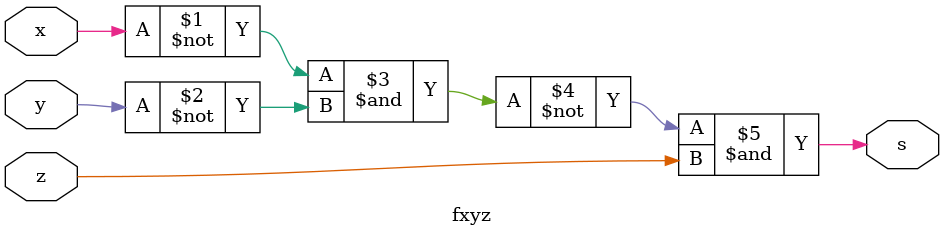
<source format=v>
module fxyz (output s,
input x, y, z);
assign s = ~(~x & ~y) & z;
endmodule // fxyz



</source>
